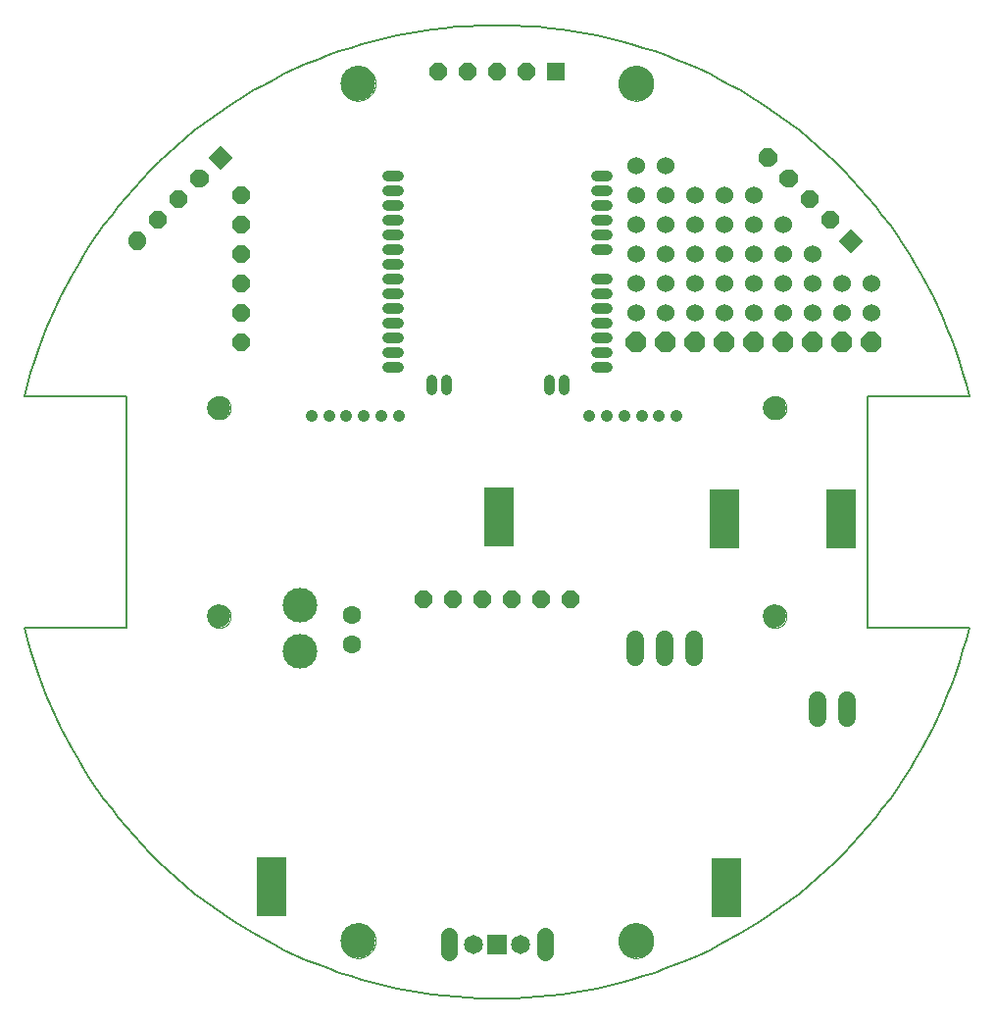
<source format=gbs>
G75*
%MOIN*%
%OFA0B0*%
%FSLAX25Y25*%
%IPPOS*%
%LPD*%
%AMOC8*
5,1,8,0,0,1.08239X$1,22.5*
%
%ADD10C,0.00600*%
%ADD11C,0.00000*%
%ADD12C,0.07874*%
%ADD13C,0.11811*%
%ADD14C,0.06300*%
%ADD15OC8,0.06000*%
%ADD16C,0.04134*%
%ADD17R,0.06500X0.06500*%
%ADD18C,0.06500*%
%ADD19C,0.05500*%
%ADD20R,0.10000X0.20000*%
%ADD21OC8,0.07000*%
%ADD22C,0.06000*%
%ADD23R,0.06000X0.06000*%
%ADD24C,0.01200*%
%ADD25R,0.06000X0.06000*%
%ADD26C,0.03562*%
%ADD27C,0.06000*%
D10*
X0018150Y0144410D02*
X0052796Y0144410D01*
X0052796Y0223150D01*
X0018150Y0223150D01*
X0018150Y0223151D02*
X0019158Y0227061D01*
X0020260Y0230946D01*
X0021458Y0234802D01*
X0022749Y0238628D01*
X0024133Y0242421D01*
X0025609Y0246180D01*
X0027177Y0249901D01*
X0028835Y0253583D01*
X0030582Y0257223D01*
X0032418Y0260820D01*
X0034341Y0264370D01*
X0036350Y0267873D01*
X0038445Y0271326D01*
X0040622Y0274726D01*
X0042882Y0278072D01*
X0045224Y0281362D01*
X0047644Y0284594D01*
X0050143Y0287766D01*
X0052719Y0290876D01*
X0055370Y0293922D01*
X0058094Y0296902D01*
X0060891Y0299815D01*
X0063758Y0302659D01*
X0066693Y0305432D01*
X0069695Y0308132D01*
X0072762Y0310759D01*
X0075892Y0313309D01*
X0079084Y0315783D01*
X0082335Y0318178D01*
X0085644Y0320493D01*
X0089008Y0322726D01*
X0092426Y0324876D01*
X0095895Y0326943D01*
X0099414Y0328924D01*
X0102979Y0330818D01*
X0106591Y0332625D01*
X0110245Y0334344D01*
X0113940Y0335972D01*
X0117673Y0337510D01*
X0121444Y0338956D01*
X0125248Y0340310D01*
X0129084Y0341570D01*
X0132950Y0342737D01*
X0136843Y0343808D01*
X0140761Y0344784D01*
X0144702Y0345665D01*
X0148663Y0346448D01*
X0152643Y0347135D01*
X0156637Y0347725D01*
X0160645Y0348217D01*
X0164664Y0348610D01*
X0168691Y0348906D01*
X0172724Y0349103D01*
X0176761Y0349202D01*
X0180799Y0349202D01*
X0184836Y0349103D01*
X0188869Y0348906D01*
X0192896Y0348610D01*
X0196915Y0348217D01*
X0200923Y0347725D01*
X0204917Y0347135D01*
X0208897Y0346448D01*
X0212858Y0345665D01*
X0216799Y0344784D01*
X0220717Y0343808D01*
X0224610Y0342737D01*
X0228476Y0341570D01*
X0232312Y0340310D01*
X0236116Y0338956D01*
X0239887Y0337510D01*
X0243620Y0335972D01*
X0247315Y0334344D01*
X0250969Y0332625D01*
X0254581Y0330818D01*
X0258146Y0328924D01*
X0261665Y0326943D01*
X0265134Y0324876D01*
X0268552Y0322726D01*
X0271916Y0320493D01*
X0275225Y0318178D01*
X0278476Y0315783D01*
X0281668Y0313309D01*
X0284798Y0310759D01*
X0287865Y0308132D01*
X0290867Y0305432D01*
X0293802Y0302659D01*
X0296669Y0299815D01*
X0299466Y0296902D01*
X0302190Y0293922D01*
X0304841Y0290876D01*
X0307417Y0287766D01*
X0309916Y0284594D01*
X0312336Y0281362D01*
X0314678Y0278072D01*
X0316938Y0274726D01*
X0319115Y0271326D01*
X0321210Y0267873D01*
X0323219Y0264370D01*
X0325142Y0260820D01*
X0326978Y0257223D01*
X0328725Y0253583D01*
X0330383Y0249901D01*
X0331951Y0246180D01*
X0333427Y0242421D01*
X0334811Y0238628D01*
X0336102Y0234802D01*
X0337300Y0230946D01*
X0338402Y0227061D01*
X0339410Y0223151D01*
X0339410Y0223150D02*
X0304765Y0223150D01*
X0304765Y0144410D01*
X0339410Y0144410D01*
X0338402Y0140500D01*
X0337300Y0136615D01*
X0336102Y0132759D01*
X0334811Y0128933D01*
X0333427Y0125140D01*
X0331951Y0121381D01*
X0330383Y0117660D01*
X0328725Y0113978D01*
X0326978Y0110338D01*
X0325142Y0106741D01*
X0323219Y0103191D01*
X0321210Y0099688D01*
X0319115Y0096235D01*
X0316938Y0092835D01*
X0314678Y0089489D01*
X0312336Y0086199D01*
X0309916Y0082967D01*
X0307417Y0079795D01*
X0304841Y0076685D01*
X0302190Y0073639D01*
X0299466Y0070659D01*
X0296669Y0067746D01*
X0293802Y0064902D01*
X0290867Y0062129D01*
X0287865Y0059429D01*
X0284798Y0056802D01*
X0281668Y0054252D01*
X0278476Y0051778D01*
X0275225Y0049383D01*
X0271916Y0047068D01*
X0268552Y0044835D01*
X0265134Y0042685D01*
X0261665Y0040618D01*
X0258146Y0038637D01*
X0254581Y0036743D01*
X0250969Y0034936D01*
X0247315Y0033217D01*
X0243620Y0031589D01*
X0239887Y0030051D01*
X0236116Y0028605D01*
X0232312Y0027251D01*
X0228476Y0025991D01*
X0224610Y0024824D01*
X0220717Y0023753D01*
X0216799Y0022777D01*
X0212858Y0021896D01*
X0208897Y0021113D01*
X0204917Y0020426D01*
X0200923Y0019836D01*
X0196915Y0019344D01*
X0192896Y0018951D01*
X0188869Y0018655D01*
X0184836Y0018458D01*
X0180799Y0018359D01*
X0176761Y0018359D01*
X0172724Y0018458D01*
X0168691Y0018655D01*
X0164664Y0018951D01*
X0160645Y0019344D01*
X0156637Y0019836D01*
X0152643Y0020426D01*
X0148663Y0021113D01*
X0144702Y0021896D01*
X0140761Y0022777D01*
X0136843Y0023753D01*
X0132950Y0024824D01*
X0129084Y0025991D01*
X0125248Y0027251D01*
X0121444Y0028605D01*
X0117673Y0030051D01*
X0113940Y0031589D01*
X0110245Y0033217D01*
X0106591Y0034936D01*
X0102979Y0036743D01*
X0099414Y0038637D01*
X0095895Y0040618D01*
X0092426Y0042685D01*
X0089008Y0044835D01*
X0085644Y0047068D01*
X0082335Y0049383D01*
X0079084Y0051778D01*
X0075892Y0054252D01*
X0072762Y0056802D01*
X0069695Y0059429D01*
X0066693Y0062129D01*
X0063758Y0064902D01*
X0060891Y0067746D01*
X0058094Y0070659D01*
X0055370Y0073639D01*
X0052719Y0076685D01*
X0050143Y0079795D01*
X0047644Y0082967D01*
X0045224Y0086199D01*
X0042882Y0089489D01*
X0040622Y0092835D01*
X0038445Y0096235D01*
X0036350Y0099688D01*
X0034341Y0103191D01*
X0032418Y0106741D01*
X0030582Y0110338D01*
X0028835Y0113978D01*
X0027177Y0117660D01*
X0025609Y0121381D01*
X0024133Y0125140D01*
X0022749Y0128933D01*
X0021458Y0132759D01*
X0020260Y0136615D01*
X0019158Y0140500D01*
X0018150Y0144410D01*
D11*
X0080355Y0148347D02*
X0080357Y0148472D01*
X0080363Y0148597D01*
X0080373Y0148721D01*
X0080387Y0148845D01*
X0080404Y0148969D01*
X0080426Y0149092D01*
X0080452Y0149214D01*
X0080481Y0149336D01*
X0080514Y0149456D01*
X0080552Y0149575D01*
X0080592Y0149694D01*
X0080637Y0149810D01*
X0080685Y0149925D01*
X0080737Y0150039D01*
X0080793Y0150151D01*
X0080852Y0150261D01*
X0080914Y0150369D01*
X0080980Y0150476D01*
X0081049Y0150580D01*
X0081122Y0150681D01*
X0081197Y0150781D01*
X0081276Y0150878D01*
X0081358Y0150972D01*
X0081443Y0151064D01*
X0081530Y0151153D01*
X0081621Y0151239D01*
X0081714Y0151322D01*
X0081810Y0151403D01*
X0081908Y0151480D01*
X0082008Y0151554D01*
X0082111Y0151625D01*
X0082216Y0151692D01*
X0082324Y0151757D01*
X0082433Y0151817D01*
X0082544Y0151875D01*
X0082657Y0151928D01*
X0082771Y0151978D01*
X0082887Y0152025D01*
X0083004Y0152067D01*
X0083123Y0152106D01*
X0083243Y0152142D01*
X0083364Y0152173D01*
X0083486Y0152201D01*
X0083608Y0152224D01*
X0083732Y0152244D01*
X0083856Y0152260D01*
X0083980Y0152272D01*
X0084105Y0152280D01*
X0084230Y0152284D01*
X0084354Y0152284D01*
X0084479Y0152280D01*
X0084604Y0152272D01*
X0084728Y0152260D01*
X0084852Y0152244D01*
X0084976Y0152224D01*
X0085098Y0152201D01*
X0085220Y0152173D01*
X0085341Y0152142D01*
X0085461Y0152106D01*
X0085580Y0152067D01*
X0085697Y0152025D01*
X0085813Y0151978D01*
X0085927Y0151928D01*
X0086040Y0151875D01*
X0086151Y0151817D01*
X0086261Y0151757D01*
X0086368Y0151692D01*
X0086473Y0151625D01*
X0086576Y0151554D01*
X0086676Y0151480D01*
X0086774Y0151403D01*
X0086870Y0151322D01*
X0086963Y0151239D01*
X0087054Y0151153D01*
X0087141Y0151064D01*
X0087226Y0150972D01*
X0087308Y0150878D01*
X0087387Y0150781D01*
X0087462Y0150681D01*
X0087535Y0150580D01*
X0087604Y0150476D01*
X0087670Y0150369D01*
X0087732Y0150261D01*
X0087791Y0150151D01*
X0087847Y0150039D01*
X0087899Y0149925D01*
X0087947Y0149810D01*
X0087992Y0149694D01*
X0088032Y0149575D01*
X0088070Y0149456D01*
X0088103Y0149336D01*
X0088132Y0149214D01*
X0088158Y0149092D01*
X0088180Y0148969D01*
X0088197Y0148845D01*
X0088211Y0148721D01*
X0088221Y0148597D01*
X0088227Y0148472D01*
X0088229Y0148347D01*
X0088227Y0148222D01*
X0088221Y0148097D01*
X0088211Y0147973D01*
X0088197Y0147849D01*
X0088180Y0147725D01*
X0088158Y0147602D01*
X0088132Y0147480D01*
X0088103Y0147358D01*
X0088070Y0147238D01*
X0088032Y0147119D01*
X0087992Y0147000D01*
X0087947Y0146884D01*
X0087899Y0146769D01*
X0087847Y0146655D01*
X0087791Y0146543D01*
X0087732Y0146433D01*
X0087670Y0146325D01*
X0087604Y0146218D01*
X0087535Y0146114D01*
X0087462Y0146013D01*
X0087387Y0145913D01*
X0087308Y0145816D01*
X0087226Y0145722D01*
X0087141Y0145630D01*
X0087054Y0145541D01*
X0086963Y0145455D01*
X0086870Y0145372D01*
X0086774Y0145291D01*
X0086676Y0145214D01*
X0086576Y0145140D01*
X0086473Y0145069D01*
X0086368Y0145002D01*
X0086260Y0144937D01*
X0086151Y0144877D01*
X0086040Y0144819D01*
X0085927Y0144766D01*
X0085813Y0144716D01*
X0085697Y0144669D01*
X0085580Y0144627D01*
X0085461Y0144588D01*
X0085341Y0144552D01*
X0085220Y0144521D01*
X0085098Y0144493D01*
X0084976Y0144470D01*
X0084852Y0144450D01*
X0084728Y0144434D01*
X0084604Y0144422D01*
X0084479Y0144414D01*
X0084354Y0144410D01*
X0084230Y0144410D01*
X0084105Y0144414D01*
X0083980Y0144422D01*
X0083856Y0144434D01*
X0083732Y0144450D01*
X0083608Y0144470D01*
X0083486Y0144493D01*
X0083364Y0144521D01*
X0083243Y0144552D01*
X0083123Y0144588D01*
X0083004Y0144627D01*
X0082887Y0144669D01*
X0082771Y0144716D01*
X0082657Y0144766D01*
X0082544Y0144819D01*
X0082433Y0144877D01*
X0082323Y0144937D01*
X0082216Y0145002D01*
X0082111Y0145069D01*
X0082008Y0145140D01*
X0081908Y0145214D01*
X0081810Y0145291D01*
X0081714Y0145372D01*
X0081621Y0145455D01*
X0081530Y0145541D01*
X0081443Y0145630D01*
X0081358Y0145722D01*
X0081276Y0145816D01*
X0081197Y0145913D01*
X0081122Y0146013D01*
X0081049Y0146114D01*
X0080980Y0146218D01*
X0080914Y0146325D01*
X0080852Y0146433D01*
X0080793Y0146543D01*
X0080737Y0146655D01*
X0080685Y0146769D01*
X0080637Y0146884D01*
X0080592Y0147000D01*
X0080552Y0147119D01*
X0080514Y0147238D01*
X0080481Y0147358D01*
X0080452Y0147480D01*
X0080426Y0147602D01*
X0080404Y0147725D01*
X0080387Y0147849D01*
X0080373Y0147973D01*
X0080363Y0148097D01*
X0080357Y0148222D01*
X0080355Y0148347D01*
X0080355Y0219213D02*
X0080357Y0219338D01*
X0080363Y0219463D01*
X0080373Y0219587D01*
X0080387Y0219711D01*
X0080404Y0219835D01*
X0080426Y0219958D01*
X0080452Y0220080D01*
X0080481Y0220202D01*
X0080514Y0220322D01*
X0080552Y0220441D01*
X0080592Y0220560D01*
X0080637Y0220676D01*
X0080685Y0220791D01*
X0080737Y0220905D01*
X0080793Y0221017D01*
X0080852Y0221127D01*
X0080914Y0221235D01*
X0080980Y0221342D01*
X0081049Y0221446D01*
X0081122Y0221547D01*
X0081197Y0221647D01*
X0081276Y0221744D01*
X0081358Y0221838D01*
X0081443Y0221930D01*
X0081530Y0222019D01*
X0081621Y0222105D01*
X0081714Y0222188D01*
X0081810Y0222269D01*
X0081908Y0222346D01*
X0082008Y0222420D01*
X0082111Y0222491D01*
X0082216Y0222558D01*
X0082324Y0222623D01*
X0082433Y0222683D01*
X0082544Y0222741D01*
X0082657Y0222794D01*
X0082771Y0222844D01*
X0082887Y0222891D01*
X0083004Y0222933D01*
X0083123Y0222972D01*
X0083243Y0223008D01*
X0083364Y0223039D01*
X0083486Y0223067D01*
X0083608Y0223090D01*
X0083732Y0223110D01*
X0083856Y0223126D01*
X0083980Y0223138D01*
X0084105Y0223146D01*
X0084230Y0223150D01*
X0084354Y0223150D01*
X0084479Y0223146D01*
X0084604Y0223138D01*
X0084728Y0223126D01*
X0084852Y0223110D01*
X0084976Y0223090D01*
X0085098Y0223067D01*
X0085220Y0223039D01*
X0085341Y0223008D01*
X0085461Y0222972D01*
X0085580Y0222933D01*
X0085697Y0222891D01*
X0085813Y0222844D01*
X0085927Y0222794D01*
X0086040Y0222741D01*
X0086151Y0222683D01*
X0086261Y0222623D01*
X0086368Y0222558D01*
X0086473Y0222491D01*
X0086576Y0222420D01*
X0086676Y0222346D01*
X0086774Y0222269D01*
X0086870Y0222188D01*
X0086963Y0222105D01*
X0087054Y0222019D01*
X0087141Y0221930D01*
X0087226Y0221838D01*
X0087308Y0221744D01*
X0087387Y0221647D01*
X0087462Y0221547D01*
X0087535Y0221446D01*
X0087604Y0221342D01*
X0087670Y0221235D01*
X0087732Y0221127D01*
X0087791Y0221017D01*
X0087847Y0220905D01*
X0087899Y0220791D01*
X0087947Y0220676D01*
X0087992Y0220560D01*
X0088032Y0220441D01*
X0088070Y0220322D01*
X0088103Y0220202D01*
X0088132Y0220080D01*
X0088158Y0219958D01*
X0088180Y0219835D01*
X0088197Y0219711D01*
X0088211Y0219587D01*
X0088221Y0219463D01*
X0088227Y0219338D01*
X0088229Y0219213D01*
X0088227Y0219088D01*
X0088221Y0218963D01*
X0088211Y0218839D01*
X0088197Y0218715D01*
X0088180Y0218591D01*
X0088158Y0218468D01*
X0088132Y0218346D01*
X0088103Y0218224D01*
X0088070Y0218104D01*
X0088032Y0217985D01*
X0087992Y0217866D01*
X0087947Y0217750D01*
X0087899Y0217635D01*
X0087847Y0217521D01*
X0087791Y0217409D01*
X0087732Y0217299D01*
X0087670Y0217191D01*
X0087604Y0217084D01*
X0087535Y0216980D01*
X0087462Y0216879D01*
X0087387Y0216779D01*
X0087308Y0216682D01*
X0087226Y0216588D01*
X0087141Y0216496D01*
X0087054Y0216407D01*
X0086963Y0216321D01*
X0086870Y0216238D01*
X0086774Y0216157D01*
X0086676Y0216080D01*
X0086576Y0216006D01*
X0086473Y0215935D01*
X0086368Y0215868D01*
X0086260Y0215803D01*
X0086151Y0215743D01*
X0086040Y0215685D01*
X0085927Y0215632D01*
X0085813Y0215582D01*
X0085697Y0215535D01*
X0085580Y0215493D01*
X0085461Y0215454D01*
X0085341Y0215418D01*
X0085220Y0215387D01*
X0085098Y0215359D01*
X0084976Y0215336D01*
X0084852Y0215316D01*
X0084728Y0215300D01*
X0084604Y0215288D01*
X0084479Y0215280D01*
X0084354Y0215276D01*
X0084230Y0215276D01*
X0084105Y0215280D01*
X0083980Y0215288D01*
X0083856Y0215300D01*
X0083732Y0215316D01*
X0083608Y0215336D01*
X0083486Y0215359D01*
X0083364Y0215387D01*
X0083243Y0215418D01*
X0083123Y0215454D01*
X0083004Y0215493D01*
X0082887Y0215535D01*
X0082771Y0215582D01*
X0082657Y0215632D01*
X0082544Y0215685D01*
X0082433Y0215743D01*
X0082323Y0215803D01*
X0082216Y0215868D01*
X0082111Y0215935D01*
X0082008Y0216006D01*
X0081908Y0216080D01*
X0081810Y0216157D01*
X0081714Y0216238D01*
X0081621Y0216321D01*
X0081530Y0216407D01*
X0081443Y0216496D01*
X0081358Y0216588D01*
X0081276Y0216682D01*
X0081197Y0216779D01*
X0081122Y0216879D01*
X0081049Y0216980D01*
X0080980Y0217084D01*
X0080914Y0217191D01*
X0080852Y0217299D01*
X0080793Y0217409D01*
X0080737Y0217521D01*
X0080685Y0217635D01*
X0080637Y0217750D01*
X0080592Y0217866D01*
X0080552Y0217985D01*
X0080514Y0218104D01*
X0080481Y0218224D01*
X0080452Y0218346D01*
X0080426Y0218468D01*
X0080404Y0218591D01*
X0080387Y0218715D01*
X0080373Y0218839D01*
X0080363Y0218963D01*
X0080357Y0219088D01*
X0080355Y0219213D01*
X0125630Y0329450D02*
X0125632Y0329603D01*
X0125638Y0329757D01*
X0125648Y0329910D01*
X0125662Y0330062D01*
X0125680Y0330215D01*
X0125702Y0330366D01*
X0125727Y0330517D01*
X0125757Y0330668D01*
X0125791Y0330818D01*
X0125828Y0330966D01*
X0125869Y0331114D01*
X0125914Y0331260D01*
X0125963Y0331406D01*
X0126016Y0331550D01*
X0126072Y0331692D01*
X0126132Y0331833D01*
X0126196Y0331973D01*
X0126263Y0332111D01*
X0126334Y0332247D01*
X0126409Y0332381D01*
X0126486Y0332513D01*
X0126568Y0332643D01*
X0126652Y0332771D01*
X0126740Y0332897D01*
X0126831Y0333020D01*
X0126925Y0333141D01*
X0127023Y0333259D01*
X0127123Y0333375D01*
X0127227Y0333488D01*
X0127333Y0333599D01*
X0127442Y0333707D01*
X0127554Y0333812D01*
X0127668Y0333913D01*
X0127786Y0334012D01*
X0127905Y0334108D01*
X0128027Y0334201D01*
X0128152Y0334290D01*
X0128279Y0334377D01*
X0128408Y0334459D01*
X0128539Y0334539D01*
X0128672Y0334615D01*
X0128807Y0334688D01*
X0128944Y0334757D01*
X0129083Y0334822D01*
X0129223Y0334884D01*
X0129365Y0334942D01*
X0129508Y0334997D01*
X0129653Y0335048D01*
X0129799Y0335095D01*
X0129946Y0335138D01*
X0130094Y0335177D01*
X0130243Y0335213D01*
X0130393Y0335244D01*
X0130544Y0335272D01*
X0130695Y0335296D01*
X0130848Y0335316D01*
X0131000Y0335332D01*
X0131153Y0335344D01*
X0131306Y0335352D01*
X0131459Y0335356D01*
X0131613Y0335356D01*
X0131766Y0335352D01*
X0131919Y0335344D01*
X0132072Y0335332D01*
X0132224Y0335316D01*
X0132377Y0335296D01*
X0132528Y0335272D01*
X0132679Y0335244D01*
X0132829Y0335213D01*
X0132978Y0335177D01*
X0133126Y0335138D01*
X0133273Y0335095D01*
X0133419Y0335048D01*
X0133564Y0334997D01*
X0133707Y0334942D01*
X0133849Y0334884D01*
X0133989Y0334822D01*
X0134128Y0334757D01*
X0134265Y0334688D01*
X0134400Y0334615D01*
X0134533Y0334539D01*
X0134664Y0334459D01*
X0134793Y0334377D01*
X0134920Y0334290D01*
X0135045Y0334201D01*
X0135167Y0334108D01*
X0135286Y0334012D01*
X0135404Y0333913D01*
X0135518Y0333812D01*
X0135630Y0333707D01*
X0135739Y0333599D01*
X0135845Y0333488D01*
X0135949Y0333375D01*
X0136049Y0333259D01*
X0136147Y0333141D01*
X0136241Y0333020D01*
X0136332Y0332897D01*
X0136420Y0332771D01*
X0136504Y0332643D01*
X0136586Y0332513D01*
X0136663Y0332381D01*
X0136738Y0332247D01*
X0136809Y0332111D01*
X0136876Y0331973D01*
X0136940Y0331833D01*
X0137000Y0331692D01*
X0137056Y0331550D01*
X0137109Y0331406D01*
X0137158Y0331260D01*
X0137203Y0331114D01*
X0137244Y0330966D01*
X0137281Y0330818D01*
X0137315Y0330668D01*
X0137345Y0330517D01*
X0137370Y0330366D01*
X0137392Y0330215D01*
X0137410Y0330062D01*
X0137424Y0329910D01*
X0137434Y0329757D01*
X0137440Y0329603D01*
X0137442Y0329450D01*
X0137440Y0329297D01*
X0137434Y0329143D01*
X0137424Y0328990D01*
X0137410Y0328838D01*
X0137392Y0328685D01*
X0137370Y0328534D01*
X0137345Y0328383D01*
X0137315Y0328232D01*
X0137281Y0328082D01*
X0137244Y0327934D01*
X0137203Y0327786D01*
X0137158Y0327640D01*
X0137109Y0327494D01*
X0137056Y0327350D01*
X0137000Y0327208D01*
X0136940Y0327067D01*
X0136876Y0326927D01*
X0136809Y0326789D01*
X0136738Y0326653D01*
X0136663Y0326519D01*
X0136586Y0326387D01*
X0136504Y0326257D01*
X0136420Y0326129D01*
X0136332Y0326003D01*
X0136241Y0325880D01*
X0136147Y0325759D01*
X0136049Y0325641D01*
X0135949Y0325525D01*
X0135845Y0325412D01*
X0135739Y0325301D01*
X0135630Y0325193D01*
X0135518Y0325088D01*
X0135404Y0324987D01*
X0135286Y0324888D01*
X0135167Y0324792D01*
X0135045Y0324699D01*
X0134920Y0324610D01*
X0134793Y0324523D01*
X0134664Y0324441D01*
X0134533Y0324361D01*
X0134400Y0324285D01*
X0134265Y0324212D01*
X0134128Y0324143D01*
X0133989Y0324078D01*
X0133849Y0324016D01*
X0133707Y0323958D01*
X0133564Y0323903D01*
X0133419Y0323852D01*
X0133273Y0323805D01*
X0133126Y0323762D01*
X0132978Y0323723D01*
X0132829Y0323687D01*
X0132679Y0323656D01*
X0132528Y0323628D01*
X0132377Y0323604D01*
X0132224Y0323584D01*
X0132072Y0323568D01*
X0131919Y0323556D01*
X0131766Y0323548D01*
X0131613Y0323544D01*
X0131459Y0323544D01*
X0131306Y0323548D01*
X0131153Y0323556D01*
X0131000Y0323568D01*
X0130848Y0323584D01*
X0130695Y0323604D01*
X0130544Y0323628D01*
X0130393Y0323656D01*
X0130243Y0323687D01*
X0130094Y0323723D01*
X0129946Y0323762D01*
X0129799Y0323805D01*
X0129653Y0323852D01*
X0129508Y0323903D01*
X0129365Y0323958D01*
X0129223Y0324016D01*
X0129083Y0324078D01*
X0128944Y0324143D01*
X0128807Y0324212D01*
X0128672Y0324285D01*
X0128539Y0324361D01*
X0128408Y0324441D01*
X0128279Y0324523D01*
X0128152Y0324610D01*
X0128027Y0324699D01*
X0127905Y0324792D01*
X0127786Y0324888D01*
X0127668Y0324987D01*
X0127554Y0325088D01*
X0127442Y0325193D01*
X0127333Y0325301D01*
X0127227Y0325412D01*
X0127123Y0325525D01*
X0127023Y0325641D01*
X0126925Y0325759D01*
X0126831Y0325880D01*
X0126740Y0326003D01*
X0126652Y0326129D01*
X0126568Y0326257D01*
X0126486Y0326387D01*
X0126409Y0326519D01*
X0126334Y0326653D01*
X0126263Y0326789D01*
X0126196Y0326927D01*
X0126132Y0327067D01*
X0126072Y0327208D01*
X0126016Y0327350D01*
X0125963Y0327494D01*
X0125914Y0327640D01*
X0125869Y0327786D01*
X0125828Y0327934D01*
X0125791Y0328082D01*
X0125757Y0328232D01*
X0125727Y0328383D01*
X0125702Y0328534D01*
X0125680Y0328685D01*
X0125662Y0328838D01*
X0125648Y0328990D01*
X0125638Y0329143D01*
X0125632Y0329297D01*
X0125630Y0329450D01*
X0220118Y0329450D02*
X0220120Y0329603D01*
X0220126Y0329757D01*
X0220136Y0329910D01*
X0220150Y0330062D01*
X0220168Y0330215D01*
X0220190Y0330366D01*
X0220215Y0330517D01*
X0220245Y0330668D01*
X0220279Y0330818D01*
X0220316Y0330966D01*
X0220357Y0331114D01*
X0220402Y0331260D01*
X0220451Y0331406D01*
X0220504Y0331550D01*
X0220560Y0331692D01*
X0220620Y0331833D01*
X0220684Y0331973D01*
X0220751Y0332111D01*
X0220822Y0332247D01*
X0220897Y0332381D01*
X0220974Y0332513D01*
X0221056Y0332643D01*
X0221140Y0332771D01*
X0221228Y0332897D01*
X0221319Y0333020D01*
X0221413Y0333141D01*
X0221511Y0333259D01*
X0221611Y0333375D01*
X0221715Y0333488D01*
X0221821Y0333599D01*
X0221930Y0333707D01*
X0222042Y0333812D01*
X0222156Y0333913D01*
X0222274Y0334012D01*
X0222393Y0334108D01*
X0222515Y0334201D01*
X0222640Y0334290D01*
X0222767Y0334377D01*
X0222896Y0334459D01*
X0223027Y0334539D01*
X0223160Y0334615D01*
X0223295Y0334688D01*
X0223432Y0334757D01*
X0223571Y0334822D01*
X0223711Y0334884D01*
X0223853Y0334942D01*
X0223996Y0334997D01*
X0224141Y0335048D01*
X0224287Y0335095D01*
X0224434Y0335138D01*
X0224582Y0335177D01*
X0224731Y0335213D01*
X0224881Y0335244D01*
X0225032Y0335272D01*
X0225183Y0335296D01*
X0225336Y0335316D01*
X0225488Y0335332D01*
X0225641Y0335344D01*
X0225794Y0335352D01*
X0225947Y0335356D01*
X0226101Y0335356D01*
X0226254Y0335352D01*
X0226407Y0335344D01*
X0226560Y0335332D01*
X0226712Y0335316D01*
X0226865Y0335296D01*
X0227016Y0335272D01*
X0227167Y0335244D01*
X0227317Y0335213D01*
X0227466Y0335177D01*
X0227614Y0335138D01*
X0227761Y0335095D01*
X0227907Y0335048D01*
X0228052Y0334997D01*
X0228195Y0334942D01*
X0228337Y0334884D01*
X0228477Y0334822D01*
X0228616Y0334757D01*
X0228753Y0334688D01*
X0228888Y0334615D01*
X0229021Y0334539D01*
X0229152Y0334459D01*
X0229281Y0334377D01*
X0229408Y0334290D01*
X0229533Y0334201D01*
X0229655Y0334108D01*
X0229774Y0334012D01*
X0229892Y0333913D01*
X0230006Y0333812D01*
X0230118Y0333707D01*
X0230227Y0333599D01*
X0230333Y0333488D01*
X0230437Y0333375D01*
X0230537Y0333259D01*
X0230635Y0333141D01*
X0230729Y0333020D01*
X0230820Y0332897D01*
X0230908Y0332771D01*
X0230992Y0332643D01*
X0231074Y0332513D01*
X0231151Y0332381D01*
X0231226Y0332247D01*
X0231297Y0332111D01*
X0231364Y0331973D01*
X0231428Y0331833D01*
X0231488Y0331692D01*
X0231544Y0331550D01*
X0231597Y0331406D01*
X0231646Y0331260D01*
X0231691Y0331114D01*
X0231732Y0330966D01*
X0231769Y0330818D01*
X0231803Y0330668D01*
X0231833Y0330517D01*
X0231858Y0330366D01*
X0231880Y0330215D01*
X0231898Y0330062D01*
X0231912Y0329910D01*
X0231922Y0329757D01*
X0231928Y0329603D01*
X0231930Y0329450D01*
X0231928Y0329297D01*
X0231922Y0329143D01*
X0231912Y0328990D01*
X0231898Y0328838D01*
X0231880Y0328685D01*
X0231858Y0328534D01*
X0231833Y0328383D01*
X0231803Y0328232D01*
X0231769Y0328082D01*
X0231732Y0327934D01*
X0231691Y0327786D01*
X0231646Y0327640D01*
X0231597Y0327494D01*
X0231544Y0327350D01*
X0231488Y0327208D01*
X0231428Y0327067D01*
X0231364Y0326927D01*
X0231297Y0326789D01*
X0231226Y0326653D01*
X0231151Y0326519D01*
X0231074Y0326387D01*
X0230992Y0326257D01*
X0230908Y0326129D01*
X0230820Y0326003D01*
X0230729Y0325880D01*
X0230635Y0325759D01*
X0230537Y0325641D01*
X0230437Y0325525D01*
X0230333Y0325412D01*
X0230227Y0325301D01*
X0230118Y0325193D01*
X0230006Y0325088D01*
X0229892Y0324987D01*
X0229774Y0324888D01*
X0229655Y0324792D01*
X0229533Y0324699D01*
X0229408Y0324610D01*
X0229281Y0324523D01*
X0229152Y0324441D01*
X0229021Y0324361D01*
X0228888Y0324285D01*
X0228753Y0324212D01*
X0228616Y0324143D01*
X0228477Y0324078D01*
X0228337Y0324016D01*
X0228195Y0323958D01*
X0228052Y0323903D01*
X0227907Y0323852D01*
X0227761Y0323805D01*
X0227614Y0323762D01*
X0227466Y0323723D01*
X0227317Y0323687D01*
X0227167Y0323656D01*
X0227016Y0323628D01*
X0226865Y0323604D01*
X0226712Y0323584D01*
X0226560Y0323568D01*
X0226407Y0323556D01*
X0226254Y0323548D01*
X0226101Y0323544D01*
X0225947Y0323544D01*
X0225794Y0323548D01*
X0225641Y0323556D01*
X0225488Y0323568D01*
X0225336Y0323584D01*
X0225183Y0323604D01*
X0225032Y0323628D01*
X0224881Y0323656D01*
X0224731Y0323687D01*
X0224582Y0323723D01*
X0224434Y0323762D01*
X0224287Y0323805D01*
X0224141Y0323852D01*
X0223996Y0323903D01*
X0223853Y0323958D01*
X0223711Y0324016D01*
X0223571Y0324078D01*
X0223432Y0324143D01*
X0223295Y0324212D01*
X0223160Y0324285D01*
X0223027Y0324361D01*
X0222896Y0324441D01*
X0222767Y0324523D01*
X0222640Y0324610D01*
X0222515Y0324699D01*
X0222393Y0324792D01*
X0222274Y0324888D01*
X0222156Y0324987D01*
X0222042Y0325088D01*
X0221930Y0325193D01*
X0221821Y0325301D01*
X0221715Y0325412D01*
X0221611Y0325525D01*
X0221511Y0325641D01*
X0221413Y0325759D01*
X0221319Y0325880D01*
X0221228Y0326003D01*
X0221140Y0326129D01*
X0221056Y0326257D01*
X0220974Y0326387D01*
X0220897Y0326519D01*
X0220822Y0326653D01*
X0220751Y0326789D01*
X0220684Y0326927D01*
X0220620Y0327067D01*
X0220560Y0327208D01*
X0220504Y0327350D01*
X0220451Y0327494D01*
X0220402Y0327640D01*
X0220357Y0327786D01*
X0220316Y0327934D01*
X0220279Y0328082D01*
X0220245Y0328232D01*
X0220215Y0328383D01*
X0220190Y0328534D01*
X0220168Y0328685D01*
X0220150Y0328838D01*
X0220136Y0328990D01*
X0220126Y0329143D01*
X0220120Y0329297D01*
X0220118Y0329450D01*
X0269332Y0219213D02*
X0269334Y0219338D01*
X0269340Y0219463D01*
X0269350Y0219587D01*
X0269364Y0219711D01*
X0269381Y0219835D01*
X0269403Y0219958D01*
X0269429Y0220080D01*
X0269458Y0220202D01*
X0269491Y0220322D01*
X0269529Y0220441D01*
X0269569Y0220560D01*
X0269614Y0220676D01*
X0269662Y0220791D01*
X0269714Y0220905D01*
X0269770Y0221017D01*
X0269829Y0221127D01*
X0269891Y0221235D01*
X0269957Y0221342D01*
X0270026Y0221446D01*
X0270099Y0221547D01*
X0270174Y0221647D01*
X0270253Y0221744D01*
X0270335Y0221838D01*
X0270420Y0221930D01*
X0270507Y0222019D01*
X0270598Y0222105D01*
X0270691Y0222188D01*
X0270787Y0222269D01*
X0270885Y0222346D01*
X0270985Y0222420D01*
X0271088Y0222491D01*
X0271193Y0222558D01*
X0271301Y0222623D01*
X0271410Y0222683D01*
X0271521Y0222741D01*
X0271634Y0222794D01*
X0271748Y0222844D01*
X0271864Y0222891D01*
X0271981Y0222933D01*
X0272100Y0222972D01*
X0272220Y0223008D01*
X0272341Y0223039D01*
X0272463Y0223067D01*
X0272585Y0223090D01*
X0272709Y0223110D01*
X0272833Y0223126D01*
X0272957Y0223138D01*
X0273082Y0223146D01*
X0273207Y0223150D01*
X0273331Y0223150D01*
X0273456Y0223146D01*
X0273581Y0223138D01*
X0273705Y0223126D01*
X0273829Y0223110D01*
X0273953Y0223090D01*
X0274075Y0223067D01*
X0274197Y0223039D01*
X0274318Y0223008D01*
X0274438Y0222972D01*
X0274557Y0222933D01*
X0274674Y0222891D01*
X0274790Y0222844D01*
X0274904Y0222794D01*
X0275017Y0222741D01*
X0275128Y0222683D01*
X0275238Y0222623D01*
X0275345Y0222558D01*
X0275450Y0222491D01*
X0275553Y0222420D01*
X0275653Y0222346D01*
X0275751Y0222269D01*
X0275847Y0222188D01*
X0275940Y0222105D01*
X0276031Y0222019D01*
X0276118Y0221930D01*
X0276203Y0221838D01*
X0276285Y0221744D01*
X0276364Y0221647D01*
X0276439Y0221547D01*
X0276512Y0221446D01*
X0276581Y0221342D01*
X0276647Y0221235D01*
X0276709Y0221127D01*
X0276768Y0221017D01*
X0276824Y0220905D01*
X0276876Y0220791D01*
X0276924Y0220676D01*
X0276969Y0220560D01*
X0277009Y0220441D01*
X0277047Y0220322D01*
X0277080Y0220202D01*
X0277109Y0220080D01*
X0277135Y0219958D01*
X0277157Y0219835D01*
X0277174Y0219711D01*
X0277188Y0219587D01*
X0277198Y0219463D01*
X0277204Y0219338D01*
X0277206Y0219213D01*
X0277204Y0219088D01*
X0277198Y0218963D01*
X0277188Y0218839D01*
X0277174Y0218715D01*
X0277157Y0218591D01*
X0277135Y0218468D01*
X0277109Y0218346D01*
X0277080Y0218224D01*
X0277047Y0218104D01*
X0277009Y0217985D01*
X0276969Y0217866D01*
X0276924Y0217750D01*
X0276876Y0217635D01*
X0276824Y0217521D01*
X0276768Y0217409D01*
X0276709Y0217299D01*
X0276647Y0217191D01*
X0276581Y0217084D01*
X0276512Y0216980D01*
X0276439Y0216879D01*
X0276364Y0216779D01*
X0276285Y0216682D01*
X0276203Y0216588D01*
X0276118Y0216496D01*
X0276031Y0216407D01*
X0275940Y0216321D01*
X0275847Y0216238D01*
X0275751Y0216157D01*
X0275653Y0216080D01*
X0275553Y0216006D01*
X0275450Y0215935D01*
X0275345Y0215868D01*
X0275237Y0215803D01*
X0275128Y0215743D01*
X0275017Y0215685D01*
X0274904Y0215632D01*
X0274790Y0215582D01*
X0274674Y0215535D01*
X0274557Y0215493D01*
X0274438Y0215454D01*
X0274318Y0215418D01*
X0274197Y0215387D01*
X0274075Y0215359D01*
X0273953Y0215336D01*
X0273829Y0215316D01*
X0273705Y0215300D01*
X0273581Y0215288D01*
X0273456Y0215280D01*
X0273331Y0215276D01*
X0273207Y0215276D01*
X0273082Y0215280D01*
X0272957Y0215288D01*
X0272833Y0215300D01*
X0272709Y0215316D01*
X0272585Y0215336D01*
X0272463Y0215359D01*
X0272341Y0215387D01*
X0272220Y0215418D01*
X0272100Y0215454D01*
X0271981Y0215493D01*
X0271864Y0215535D01*
X0271748Y0215582D01*
X0271634Y0215632D01*
X0271521Y0215685D01*
X0271410Y0215743D01*
X0271300Y0215803D01*
X0271193Y0215868D01*
X0271088Y0215935D01*
X0270985Y0216006D01*
X0270885Y0216080D01*
X0270787Y0216157D01*
X0270691Y0216238D01*
X0270598Y0216321D01*
X0270507Y0216407D01*
X0270420Y0216496D01*
X0270335Y0216588D01*
X0270253Y0216682D01*
X0270174Y0216779D01*
X0270099Y0216879D01*
X0270026Y0216980D01*
X0269957Y0217084D01*
X0269891Y0217191D01*
X0269829Y0217299D01*
X0269770Y0217409D01*
X0269714Y0217521D01*
X0269662Y0217635D01*
X0269614Y0217750D01*
X0269569Y0217866D01*
X0269529Y0217985D01*
X0269491Y0218104D01*
X0269458Y0218224D01*
X0269429Y0218346D01*
X0269403Y0218468D01*
X0269381Y0218591D01*
X0269364Y0218715D01*
X0269350Y0218839D01*
X0269340Y0218963D01*
X0269334Y0219088D01*
X0269332Y0219213D01*
X0269332Y0148347D02*
X0269334Y0148472D01*
X0269340Y0148597D01*
X0269350Y0148721D01*
X0269364Y0148845D01*
X0269381Y0148969D01*
X0269403Y0149092D01*
X0269429Y0149214D01*
X0269458Y0149336D01*
X0269491Y0149456D01*
X0269529Y0149575D01*
X0269569Y0149694D01*
X0269614Y0149810D01*
X0269662Y0149925D01*
X0269714Y0150039D01*
X0269770Y0150151D01*
X0269829Y0150261D01*
X0269891Y0150369D01*
X0269957Y0150476D01*
X0270026Y0150580D01*
X0270099Y0150681D01*
X0270174Y0150781D01*
X0270253Y0150878D01*
X0270335Y0150972D01*
X0270420Y0151064D01*
X0270507Y0151153D01*
X0270598Y0151239D01*
X0270691Y0151322D01*
X0270787Y0151403D01*
X0270885Y0151480D01*
X0270985Y0151554D01*
X0271088Y0151625D01*
X0271193Y0151692D01*
X0271301Y0151757D01*
X0271410Y0151817D01*
X0271521Y0151875D01*
X0271634Y0151928D01*
X0271748Y0151978D01*
X0271864Y0152025D01*
X0271981Y0152067D01*
X0272100Y0152106D01*
X0272220Y0152142D01*
X0272341Y0152173D01*
X0272463Y0152201D01*
X0272585Y0152224D01*
X0272709Y0152244D01*
X0272833Y0152260D01*
X0272957Y0152272D01*
X0273082Y0152280D01*
X0273207Y0152284D01*
X0273331Y0152284D01*
X0273456Y0152280D01*
X0273581Y0152272D01*
X0273705Y0152260D01*
X0273829Y0152244D01*
X0273953Y0152224D01*
X0274075Y0152201D01*
X0274197Y0152173D01*
X0274318Y0152142D01*
X0274438Y0152106D01*
X0274557Y0152067D01*
X0274674Y0152025D01*
X0274790Y0151978D01*
X0274904Y0151928D01*
X0275017Y0151875D01*
X0275128Y0151817D01*
X0275238Y0151757D01*
X0275345Y0151692D01*
X0275450Y0151625D01*
X0275553Y0151554D01*
X0275653Y0151480D01*
X0275751Y0151403D01*
X0275847Y0151322D01*
X0275940Y0151239D01*
X0276031Y0151153D01*
X0276118Y0151064D01*
X0276203Y0150972D01*
X0276285Y0150878D01*
X0276364Y0150781D01*
X0276439Y0150681D01*
X0276512Y0150580D01*
X0276581Y0150476D01*
X0276647Y0150369D01*
X0276709Y0150261D01*
X0276768Y0150151D01*
X0276824Y0150039D01*
X0276876Y0149925D01*
X0276924Y0149810D01*
X0276969Y0149694D01*
X0277009Y0149575D01*
X0277047Y0149456D01*
X0277080Y0149336D01*
X0277109Y0149214D01*
X0277135Y0149092D01*
X0277157Y0148969D01*
X0277174Y0148845D01*
X0277188Y0148721D01*
X0277198Y0148597D01*
X0277204Y0148472D01*
X0277206Y0148347D01*
X0277204Y0148222D01*
X0277198Y0148097D01*
X0277188Y0147973D01*
X0277174Y0147849D01*
X0277157Y0147725D01*
X0277135Y0147602D01*
X0277109Y0147480D01*
X0277080Y0147358D01*
X0277047Y0147238D01*
X0277009Y0147119D01*
X0276969Y0147000D01*
X0276924Y0146884D01*
X0276876Y0146769D01*
X0276824Y0146655D01*
X0276768Y0146543D01*
X0276709Y0146433D01*
X0276647Y0146325D01*
X0276581Y0146218D01*
X0276512Y0146114D01*
X0276439Y0146013D01*
X0276364Y0145913D01*
X0276285Y0145816D01*
X0276203Y0145722D01*
X0276118Y0145630D01*
X0276031Y0145541D01*
X0275940Y0145455D01*
X0275847Y0145372D01*
X0275751Y0145291D01*
X0275653Y0145214D01*
X0275553Y0145140D01*
X0275450Y0145069D01*
X0275345Y0145002D01*
X0275237Y0144937D01*
X0275128Y0144877D01*
X0275017Y0144819D01*
X0274904Y0144766D01*
X0274790Y0144716D01*
X0274674Y0144669D01*
X0274557Y0144627D01*
X0274438Y0144588D01*
X0274318Y0144552D01*
X0274197Y0144521D01*
X0274075Y0144493D01*
X0273953Y0144470D01*
X0273829Y0144450D01*
X0273705Y0144434D01*
X0273581Y0144422D01*
X0273456Y0144414D01*
X0273331Y0144410D01*
X0273207Y0144410D01*
X0273082Y0144414D01*
X0272957Y0144422D01*
X0272833Y0144434D01*
X0272709Y0144450D01*
X0272585Y0144470D01*
X0272463Y0144493D01*
X0272341Y0144521D01*
X0272220Y0144552D01*
X0272100Y0144588D01*
X0271981Y0144627D01*
X0271864Y0144669D01*
X0271748Y0144716D01*
X0271634Y0144766D01*
X0271521Y0144819D01*
X0271410Y0144877D01*
X0271300Y0144937D01*
X0271193Y0145002D01*
X0271088Y0145069D01*
X0270985Y0145140D01*
X0270885Y0145214D01*
X0270787Y0145291D01*
X0270691Y0145372D01*
X0270598Y0145455D01*
X0270507Y0145541D01*
X0270420Y0145630D01*
X0270335Y0145722D01*
X0270253Y0145816D01*
X0270174Y0145913D01*
X0270099Y0146013D01*
X0270026Y0146114D01*
X0269957Y0146218D01*
X0269891Y0146325D01*
X0269829Y0146433D01*
X0269770Y0146543D01*
X0269714Y0146655D01*
X0269662Y0146769D01*
X0269614Y0146884D01*
X0269569Y0147000D01*
X0269529Y0147119D01*
X0269491Y0147238D01*
X0269458Y0147358D01*
X0269429Y0147480D01*
X0269403Y0147602D01*
X0269381Y0147725D01*
X0269364Y0147849D01*
X0269350Y0147973D01*
X0269340Y0148097D01*
X0269334Y0148222D01*
X0269332Y0148347D01*
X0220118Y0038111D02*
X0220120Y0038264D01*
X0220126Y0038418D01*
X0220136Y0038571D01*
X0220150Y0038723D01*
X0220168Y0038876D01*
X0220190Y0039027D01*
X0220215Y0039178D01*
X0220245Y0039329D01*
X0220279Y0039479D01*
X0220316Y0039627D01*
X0220357Y0039775D01*
X0220402Y0039921D01*
X0220451Y0040067D01*
X0220504Y0040211D01*
X0220560Y0040353D01*
X0220620Y0040494D01*
X0220684Y0040634D01*
X0220751Y0040772D01*
X0220822Y0040908D01*
X0220897Y0041042D01*
X0220974Y0041174D01*
X0221056Y0041304D01*
X0221140Y0041432D01*
X0221228Y0041558D01*
X0221319Y0041681D01*
X0221413Y0041802D01*
X0221511Y0041920D01*
X0221611Y0042036D01*
X0221715Y0042149D01*
X0221821Y0042260D01*
X0221930Y0042368D01*
X0222042Y0042473D01*
X0222156Y0042574D01*
X0222274Y0042673D01*
X0222393Y0042769D01*
X0222515Y0042862D01*
X0222640Y0042951D01*
X0222767Y0043038D01*
X0222896Y0043120D01*
X0223027Y0043200D01*
X0223160Y0043276D01*
X0223295Y0043349D01*
X0223432Y0043418D01*
X0223571Y0043483D01*
X0223711Y0043545D01*
X0223853Y0043603D01*
X0223996Y0043658D01*
X0224141Y0043709D01*
X0224287Y0043756D01*
X0224434Y0043799D01*
X0224582Y0043838D01*
X0224731Y0043874D01*
X0224881Y0043905D01*
X0225032Y0043933D01*
X0225183Y0043957D01*
X0225336Y0043977D01*
X0225488Y0043993D01*
X0225641Y0044005D01*
X0225794Y0044013D01*
X0225947Y0044017D01*
X0226101Y0044017D01*
X0226254Y0044013D01*
X0226407Y0044005D01*
X0226560Y0043993D01*
X0226712Y0043977D01*
X0226865Y0043957D01*
X0227016Y0043933D01*
X0227167Y0043905D01*
X0227317Y0043874D01*
X0227466Y0043838D01*
X0227614Y0043799D01*
X0227761Y0043756D01*
X0227907Y0043709D01*
X0228052Y0043658D01*
X0228195Y0043603D01*
X0228337Y0043545D01*
X0228477Y0043483D01*
X0228616Y0043418D01*
X0228753Y0043349D01*
X0228888Y0043276D01*
X0229021Y0043200D01*
X0229152Y0043120D01*
X0229281Y0043038D01*
X0229408Y0042951D01*
X0229533Y0042862D01*
X0229655Y0042769D01*
X0229774Y0042673D01*
X0229892Y0042574D01*
X0230006Y0042473D01*
X0230118Y0042368D01*
X0230227Y0042260D01*
X0230333Y0042149D01*
X0230437Y0042036D01*
X0230537Y0041920D01*
X0230635Y0041802D01*
X0230729Y0041681D01*
X0230820Y0041558D01*
X0230908Y0041432D01*
X0230992Y0041304D01*
X0231074Y0041174D01*
X0231151Y0041042D01*
X0231226Y0040908D01*
X0231297Y0040772D01*
X0231364Y0040634D01*
X0231428Y0040494D01*
X0231488Y0040353D01*
X0231544Y0040211D01*
X0231597Y0040067D01*
X0231646Y0039921D01*
X0231691Y0039775D01*
X0231732Y0039627D01*
X0231769Y0039479D01*
X0231803Y0039329D01*
X0231833Y0039178D01*
X0231858Y0039027D01*
X0231880Y0038876D01*
X0231898Y0038723D01*
X0231912Y0038571D01*
X0231922Y0038418D01*
X0231928Y0038264D01*
X0231930Y0038111D01*
X0231928Y0037958D01*
X0231922Y0037804D01*
X0231912Y0037651D01*
X0231898Y0037499D01*
X0231880Y0037346D01*
X0231858Y0037195D01*
X0231833Y0037044D01*
X0231803Y0036893D01*
X0231769Y0036743D01*
X0231732Y0036595D01*
X0231691Y0036447D01*
X0231646Y0036301D01*
X0231597Y0036155D01*
X0231544Y0036011D01*
X0231488Y0035869D01*
X0231428Y0035728D01*
X0231364Y0035588D01*
X0231297Y0035450D01*
X0231226Y0035314D01*
X0231151Y0035180D01*
X0231074Y0035048D01*
X0230992Y0034918D01*
X0230908Y0034790D01*
X0230820Y0034664D01*
X0230729Y0034541D01*
X0230635Y0034420D01*
X0230537Y0034302D01*
X0230437Y0034186D01*
X0230333Y0034073D01*
X0230227Y0033962D01*
X0230118Y0033854D01*
X0230006Y0033749D01*
X0229892Y0033648D01*
X0229774Y0033549D01*
X0229655Y0033453D01*
X0229533Y0033360D01*
X0229408Y0033271D01*
X0229281Y0033184D01*
X0229152Y0033102D01*
X0229021Y0033022D01*
X0228888Y0032946D01*
X0228753Y0032873D01*
X0228616Y0032804D01*
X0228477Y0032739D01*
X0228337Y0032677D01*
X0228195Y0032619D01*
X0228052Y0032564D01*
X0227907Y0032513D01*
X0227761Y0032466D01*
X0227614Y0032423D01*
X0227466Y0032384D01*
X0227317Y0032348D01*
X0227167Y0032317D01*
X0227016Y0032289D01*
X0226865Y0032265D01*
X0226712Y0032245D01*
X0226560Y0032229D01*
X0226407Y0032217D01*
X0226254Y0032209D01*
X0226101Y0032205D01*
X0225947Y0032205D01*
X0225794Y0032209D01*
X0225641Y0032217D01*
X0225488Y0032229D01*
X0225336Y0032245D01*
X0225183Y0032265D01*
X0225032Y0032289D01*
X0224881Y0032317D01*
X0224731Y0032348D01*
X0224582Y0032384D01*
X0224434Y0032423D01*
X0224287Y0032466D01*
X0224141Y0032513D01*
X0223996Y0032564D01*
X0223853Y0032619D01*
X0223711Y0032677D01*
X0223571Y0032739D01*
X0223432Y0032804D01*
X0223295Y0032873D01*
X0223160Y0032946D01*
X0223027Y0033022D01*
X0222896Y0033102D01*
X0222767Y0033184D01*
X0222640Y0033271D01*
X0222515Y0033360D01*
X0222393Y0033453D01*
X0222274Y0033549D01*
X0222156Y0033648D01*
X0222042Y0033749D01*
X0221930Y0033854D01*
X0221821Y0033962D01*
X0221715Y0034073D01*
X0221611Y0034186D01*
X0221511Y0034302D01*
X0221413Y0034420D01*
X0221319Y0034541D01*
X0221228Y0034664D01*
X0221140Y0034790D01*
X0221056Y0034918D01*
X0220974Y0035048D01*
X0220897Y0035180D01*
X0220822Y0035314D01*
X0220751Y0035450D01*
X0220684Y0035588D01*
X0220620Y0035728D01*
X0220560Y0035869D01*
X0220504Y0036011D01*
X0220451Y0036155D01*
X0220402Y0036301D01*
X0220357Y0036447D01*
X0220316Y0036595D01*
X0220279Y0036743D01*
X0220245Y0036893D01*
X0220215Y0037044D01*
X0220190Y0037195D01*
X0220168Y0037346D01*
X0220150Y0037499D01*
X0220136Y0037651D01*
X0220126Y0037804D01*
X0220120Y0037958D01*
X0220118Y0038111D01*
X0125630Y0038111D02*
X0125632Y0038264D01*
X0125638Y0038418D01*
X0125648Y0038571D01*
X0125662Y0038723D01*
X0125680Y0038876D01*
X0125702Y0039027D01*
X0125727Y0039178D01*
X0125757Y0039329D01*
X0125791Y0039479D01*
X0125828Y0039627D01*
X0125869Y0039775D01*
X0125914Y0039921D01*
X0125963Y0040067D01*
X0126016Y0040211D01*
X0126072Y0040353D01*
X0126132Y0040494D01*
X0126196Y0040634D01*
X0126263Y0040772D01*
X0126334Y0040908D01*
X0126409Y0041042D01*
X0126486Y0041174D01*
X0126568Y0041304D01*
X0126652Y0041432D01*
X0126740Y0041558D01*
X0126831Y0041681D01*
X0126925Y0041802D01*
X0127023Y0041920D01*
X0127123Y0042036D01*
X0127227Y0042149D01*
X0127333Y0042260D01*
X0127442Y0042368D01*
X0127554Y0042473D01*
X0127668Y0042574D01*
X0127786Y0042673D01*
X0127905Y0042769D01*
X0128027Y0042862D01*
X0128152Y0042951D01*
X0128279Y0043038D01*
X0128408Y0043120D01*
X0128539Y0043200D01*
X0128672Y0043276D01*
X0128807Y0043349D01*
X0128944Y0043418D01*
X0129083Y0043483D01*
X0129223Y0043545D01*
X0129365Y0043603D01*
X0129508Y0043658D01*
X0129653Y0043709D01*
X0129799Y0043756D01*
X0129946Y0043799D01*
X0130094Y0043838D01*
X0130243Y0043874D01*
X0130393Y0043905D01*
X0130544Y0043933D01*
X0130695Y0043957D01*
X0130848Y0043977D01*
X0131000Y0043993D01*
X0131153Y0044005D01*
X0131306Y0044013D01*
X0131459Y0044017D01*
X0131613Y0044017D01*
X0131766Y0044013D01*
X0131919Y0044005D01*
X0132072Y0043993D01*
X0132224Y0043977D01*
X0132377Y0043957D01*
X0132528Y0043933D01*
X0132679Y0043905D01*
X0132829Y0043874D01*
X0132978Y0043838D01*
X0133126Y0043799D01*
X0133273Y0043756D01*
X0133419Y0043709D01*
X0133564Y0043658D01*
X0133707Y0043603D01*
X0133849Y0043545D01*
X0133989Y0043483D01*
X0134128Y0043418D01*
X0134265Y0043349D01*
X0134400Y0043276D01*
X0134533Y0043200D01*
X0134664Y0043120D01*
X0134793Y0043038D01*
X0134920Y0042951D01*
X0135045Y0042862D01*
X0135167Y0042769D01*
X0135286Y0042673D01*
X0135404Y0042574D01*
X0135518Y0042473D01*
X0135630Y0042368D01*
X0135739Y0042260D01*
X0135845Y0042149D01*
X0135949Y0042036D01*
X0136049Y0041920D01*
X0136147Y0041802D01*
X0136241Y0041681D01*
X0136332Y0041558D01*
X0136420Y0041432D01*
X0136504Y0041304D01*
X0136586Y0041174D01*
X0136663Y0041042D01*
X0136738Y0040908D01*
X0136809Y0040772D01*
X0136876Y0040634D01*
X0136940Y0040494D01*
X0137000Y0040353D01*
X0137056Y0040211D01*
X0137109Y0040067D01*
X0137158Y0039921D01*
X0137203Y0039775D01*
X0137244Y0039627D01*
X0137281Y0039479D01*
X0137315Y0039329D01*
X0137345Y0039178D01*
X0137370Y0039027D01*
X0137392Y0038876D01*
X0137410Y0038723D01*
X0137424Y0038571D01*
X0137434Y0038418D01*
X0137440Y0038264D01*
X0137442Y0038111D01*
X0137440Y0037958D01*
X0137434Y0037804D01*
X0137424Y0037651D01*
X0137410Y0037499D01*
X0137392Y0037346D01*
X0137370Y0037195D01*
X0137345Y0037044D01*
X0137315Y0036893D01*
X0137281Y0036743D01*
X0137244Y0036595D01*
X0137203Y0036447D01*
X0137158Y0036301D01*
X0137109Y0036155D01*
X0137056Y0036011D01*
X0137000Y0035869D01*
X0136940Y0035728D01*
X0136876Y0035588D01*
X0136809Y0035450D01*
X0136738Y0035314D01*
X0136663Y0035180D01*
X0136586Y0035048D01*
X0136504Y0034918D01*
X0136420Y0034790D01*
X0136332Y0034664D01*
X0136241Y0034541D01*
X0136147Y0034420D01*
X0136049Y0034302D01*
X0135949Y0034186D01*
X0135845Y0034073D01*
X0135739Y0033962D01*
X0135630Y0033854D01*
X0135518Y0033749D01*
X0135404Y0033648D01*
X0135286Y0033549D01*
X0135167Y0033453D01*
X0135045Y0033360D01*
X0134920Y0033271D01*
X0134793Y0033184D01*
X0134664Y0033102D01*
X0134533Y0033022D01*
X0134400Y0032946D01*
X0134265Y0032873D01*
X0134128Y0032804D01*
X0133989Y0032739D01*
X0133849Y0032677D01*
X0133707Y0032619D01*
X0133564Y0032564D01*
X0133419Y0032513D01*
X0133273Y0032466D01*
X0133126Y0032423D01*
X0132978Y0032384D01*
X0132829Y0032348D01*
X0132679Y0032317D01*
X0132528Y0032289D01*
X0132377Y0032265D01*
X0132224Y0032245D01*
X0132072Y0032229D01*
X0131919Y0032217D01*
X0131766Y0032209D01*
X0131613Y0032205D01*
X0131459Y0032205D01*
X0131306Y0032209D01*
X0131153Y0032217D01*
X0131000Y0032229D01*
X0130848Y0032245D01*
X0130695Y0032265D01*
X0130544Y0032289D01*
X0130393Y0032317D01*
X0130243Y0032348D01*
X0130094Y0032384D01*
X0129946Y0032423D01*
X0129799Y0032466D01*
X0129653Y0032513D01*
X0129508Y0032564D01*
X0129365Y0032619D01*
X0129223Y0032677D01*
X0129083Y0032739D01*
X0128944Y0032804D01*
X0128807Y0032873D01*
X0128672Y0032946D01*
X0128539Y0033022D01*
X0128408Y0033102D01*
X0128279Y0033184D01*
X0128152Y0033271D01*
X0128027Y0033360D01*
X0127905Y0033453D01*
X0127786Y0033549D01*
X0127668Y0033648D01*
X0127554Y0033749D01*
X0127442Y0033854D01*
X0127333Y0033962D01*
X0127227Y0034073D01*
X0127123Y0034186D01*
X0127023Y0034302D01*
X0126925Y0034420D01*
X0126831Y0034541D01*
X0126740Y0034664D01*
X0126652Y0034790D01*
X0126568Y0034918D01*
X0126486Y0035048D01*
X0126409Y0035180D01*
X0126334Y0035314D01*
X0126263Y0035450D01*
X0126196Y0035588D01*
X0126132Y0035728D01*
X0126072Y0035869D01*
X0126016Y0036011D01*
X0125963Y0036155D01*
X0125914Y0036301D01*
X0125869Y0036447D01*
X0125828Y0036595D01*
X0125791Y0036743D01*
X0125757Y0036893D01*
X0125727Y0037044D01*
X0125702Y0037195D01*
X0125680Y0037346D01*
X0125662Y0037499D01*
X0125648Y0037651D01*
X0125638Y0037804D01*
X0125632Y0037958D01*
X0125630Y0038111D01*
D12*
X0084292Y0148347D03*
X0084292Y0219213D03*
X0273269Y0219213D03*
X0273269Y0148347D03*
D13*
X0226024Y0038111D03*
X0131536Y0038111D03*
X0111851Y0136300D03*
X0111851Y0152048D03*
X0131536Y0329450D03*
X0226024Y0329450D03*
D14*
X0129426Y0148713D03*
X0129426Y0138713D03*
D15*
X0153780Y0154253D03*
X0163780Y0154253D03*
X0173780Y0154253D03*
X0183780Y0154253D03*
X0193780Y0154253D03*
X0203780Y0154253D03*
X0091772Y0241489D03*
X0091772Y0251489D03*
X0091772Y0261489D03*
X0091772Y0271489D03*
X0091772Y0281489D03*
X0091772Y0291489D03*
X0158780Y0333387D03*
X0168780Y0333387D03*
X0178780Y0333387D03*
X0188780Y0333387D03*
D16*
X0210276Y0216457D03*
X0216182Y0216457D03*
X0222087Y0216457D03*
X0227993Y0216457D03*
X0233898Y0216457D03*
X0239804Y0216457D03*
X0145316Y0216457D03*
X0139410Y0216457D03*
X0133505Y0216457D03*
X0127599Y0216457D03*
X0121694Y0216457D03*
X0115788Y0216457D03*
D17*
X0178780Y0036930D03*
D18*
X0170780Y0036930D03*
X0186780Y0036930D03*
D19*
X0195180Y0039680D02*
X0195180Y0034180D01*
X0162380Y0034180D02*
X0162380Y0039680D01*
D20*
X0102166Y0056497D03*
X0179331Y0181969D03*
X0256143Y0181497D03*
X0295922Y0181497D03*
X0256702Y0056115D03*
D21*
X0256300Y0241300D03*
X0246300Y0241300D03*
X0236300Y0241300D03*
X0226300Y0241300D03*
X0266300Y0241300D03*
X0276300Y0241300D03*
X0286300Y0241300D03*
X0296300Y0241300D03*
X0306300Y0241300D03*
D22*
X0245800Y0140300D02*
X0245800Y0134300D01*
X0235800Y0134300D02*
X0235800Y0140300D01*
X0225800Y0140300D02*
X0225800Y0134300D01*
X0287954Y0119851D02*
X0287954Y0113851D01*
X0297954Y0113851D02*
X0297954Y0119851D01*
D23*
G36*
X0294980Y0275937D02*
X0299222Y0280179D01*
X0303464Y0275937D01*
X0299222Y0271695D01*
X0294980Y0275937D01*
G37*
G36*
X0084655Y0299980D02*
X0080413Y0304222D01*
X0084655Y0308464D01*
X0088897Y0304222D01*
X0084655Y0299980D01*
G37*
D24*
X0077978Y0295352D02*
X0078578Y0294752D01*
X0076590Y0294752D01*
X0075185Y0296157D01*
X0075185Y0298145D01*
X0076590Y0299550D01*
X0078578Y0299550D01*
X0079983Y0298145D01*
X0079983Y0296157D01*
X0078578Y0294752D01*
X0078205Y0295652D01*
X0076963Y0295652D01*
X0076085Y0296530D01*
X0076085Y0297772D01*
X0076963Y0298650D01*
X0078205Y0298650D01*
X0079083Y0297772D01*
X0079083Y0296530D01*
X0078205Y0295652D01*
X0077832Y0296552D01*
X0077336Y0296552D01*
X0076985Y0296903D01*
X0076985Y0297399D01*
X0077336Y0297750D01*
X0077832Y0297750D01*
X0078183Y0297399D01*
X0078183Y0296903D01*
X0077832Y0296552D01*
X0070907Y0288281D02*
X0071507Y0287681D01*
X0069519Y0287681D01*
X0068114Y0289086D01*
X0068114Y0291074D01*
X0069519Y0292479D01*
X0071507Y0292479D01*
X0072912Y0291074D01*
X0072912Y0289086D01*
X0071507Y0287681D01*
X0071134Y0288581D01*
X0069892Y0288581D01*
X0069014Y0289459D01*
X0069014Y0290701D01*
X0069892Y0291579D01*
X0071134Y0291579D01*
X0072012Y0290701D01*
X0072012Y0289459D01*
X0071134Y0288581D01*
X0070761Y0289481D01*
X0070265Y0289481D01*
X0069914Y0289832D01*
X0069914Y0290328D01*
X0070265Y0290679D01*
X0070761Y0290679D01*
X0071112Y0290328D01*
X0071112Y0289832D01*
X0070761Y0289481D01*
X0063836Y0281209D02*
X0064436Y0280609D01*
X0062448Y0280609D01*
X0061043Y0282014D01*
X0061043Y0284002D01*
X0062448Y0285407D01*
X0064436Y0285407D01*
X0065841Y0284002D01*
X0065841Y0282014D01*
X0064436Y0280609D01*
X0064063Y0281509D01*
X0062821Y0281509D01*
X0061943Y0282387D01*
X0061943Y0283629D01*
X0062821Y0284507D01*
X0064063Y0284507D01*
X0064941Y0283629D01*
X0064941Y0282387D01*
X0064063Y0281509D01*
X0063690Y0282409D01*
X0063194Y0282409D01*
X0062843Y0282760D01*
X0062843Y0283256D01*
X0063194Y0283607D01*
X0063690Y0283607D01*
X0064041Y0283256D01*
X0064041Y0282760D01*
X0063690Y0282409D01*
X0056764Y0274138D02*
X0057364Y0273538D01*
X0055376Y0273538D01*
X0053971Y0274943D01*
X0053971Y0276931D01*
X0055376Y0278336D01*
X0057364Y0278336D01*
X0058769Y0276931D01*
X0058769Y0274943D01*
X0057364Y0273538D01*
X0056991Y0274438D01*
X0055749Y0274438D01*
X0054871Y0275316D01*
X0054871Y0276558D01*
X0055749Y0277436D01*
X0056991Y0277436D01*
X0057869Y0276558D01*
X0057869Y0275316D01*
X0056991Y0274438D01*
X0056618Y0275338D01*
X0056122Y0275338D01*
X0055771Y0275689D01*
X0055771Y0276185D01*
X0056122Y0276536D01*
X0056618Y0276536D01*
X0056969Y0276185D01*
X0056969Y0275689D01*
X0056618Y0275338D01*
X0269138Y0303828D02*
X0268538Y0303228D01*
X0268538Y0305216D01*
X0269943Y0306621D01*
X0271931Y0306621D01*
X0273336Y0305216D01*
X0273336Y0303228D01*
X0271931Y0301823D01*
X0269943Y0301823D01*
X0268538Y0303228D01*
X0269438Y0303601D01*
X0269438Y0304843D01*
X0270316Y0305721D01*
X0271558Y0305721D01*
X0272436Y0304843D01*
X0272436Y0303601D01*
X0271558Y0302723D01*
X0270316Y0302723D01*
X0269438Y0303601D01*
X0270338Y0303974D01*
X0270338Y0304470D01*
X0270689Y0304821D01*
X0271185Y0304821D01*
X0271536Y0304470D01*
X0271536Y0303974D01*
X0271185Y0303623D01*
X0270689Y0303623D01*
X0270338Y0303974D01*
X0276209Y0296757D02*
X0275609Y0296157D01*
X0275609Y0298145D01*
X0277014Y0299550D01*
X0279002Y0299550D01*
X0280407Y0298145D01*
X0280407Y0296157D01*
X0279002Y0294752D01*
X0277014Y0294752D01*
X0275609Y0296157D01*
X0276509Y0296530D01*
X0276509Y0297772D01*
X0277387Y0298650D01*
X0278629Y0298650D01*
X0279507Y0297772D01*
X0279507Y0296530D01*
X0278629Y0295652D01*
X0277387Y0295652D01*
X0276509Y0296530D01*
X0277409Y0296903D01*
X0277409Y0297399D01*
X0277760Y0297750D01*
X0278256Y0297750D01*
X0278607Y0297399D01*
X0278607Y0296903D01*
X0278256Y0296552D01*
X0277760Y0296552D01*
X0277409Y0296903D01*
X0283281Y0289686D02*
X0282681Y0289086D01*
X0282681Y0291074D01*
X0284086Y0292479D01*
X0286074Y0292479D01*
X0287479Y0291074D01*
X0287479Y0289086D01*
X0286074Y0287681D01*
X0284086Y0287681D01*
X0282681Y0289086D01*
X0283581Y0289459D01*
X0283581Y0290701D01*
X0284459Y0291579D01*
X0285701Y0291579D01*
X0286579Y0290701D01*
X0286579Y0289459D01*
X0285701Y0288581D01*
X0284459Y0288581D01*
X0283581Y0289459D01*
X0284481Y0289832D01*
X0284481Y0290328D01*
X0284832Y0290679D01*
X0285328Y0290679D01*
X0285679Y0290328D01*
X0285679Y0289832D01*
X0285328Y0289481D01*
X0284832Y0289481D01*
X0284481Y0289832D01*
X0290352Y0282614D02*
X0289752Y0282014D01*
X0289752Y0284002D01*
X0291157Y0285407D01*
X0293145Y0285407D01*
X0294550Y0284002D01*
X0294550Y0282014D01*
X0293145Y0280609D01*
X0291157Y0280609D01*
X0289752Y0282014D01*
X0290652Y0282387D01*
X0290652Y0283629D01*
X0291530Y0284507D01*
X0292772Y0284507D01*
X0293650Y0283629D01*
X0293650Y0282387D01*
X0292772Y0281509D01*
X0291530Y0281509D01*
X0290652Y0282387D01*
X0291552Y0282760D01*
X0291552Y0283256D01*
X0291903Y0283607D01*
X0292399Y0283607D01*
X0292750Y0283256D01*
X0292750Y0282760D01*
X0292399Y0282409D01*
X0291903Y0282409D01*
X0291552Y0282760D01*
D25*
X0198780Y0333387D03*
D26*
X0212432Y0297954D02*
X0215994Y0297954D01*
X0215994Y0292954D02*
X0212432Y0292954D01*
X0212432Y0287954D02*
X0215994Y0287954D01*
X0215994Y0282954D02*
X0212432Y0282954D01*
X0212432Y0277954D02*
X0215994Y0277954D01*
X0215994Y0272954D02*
X0212432Y0272954D01*
X0212432Y0262954D02*
X0215994Y0262954D01*
X0215994Y0257954D02*
X0212432Y0257954D01*
X0212432Y0252954D02*
X0215994Y0252954D01*
X0215994Y0247954D02*
X0212432Y0247954D01*
X0212432Y0242954D02*
X0215994Y0242954D01*
X0215994Y0237954D02*
X0212432Y0237954D01*
X0212432Y0232954D02*
X0215994Y0232954D01*
X0201339Y0228869D02*
X0201339Y0225306D01*
X0196339Y0225306D02*
X0196339Y0228869D01*
X0161339Y0228869D02*
X0161339Y0225306D01*
X0156339Y0225306D02*
X0156339Y0228869D01*
X0145128Y0232954D02*
X0141566Y0232954D01*
X0141566Y0237954D02*
X0145128Y0237954D01*
X0145128Y0242954D02*
X0141566Y0242954D01*
X0141566Y0247954D02*
X0145128Y0247954D01*
X0145128Y0252954D02*
X0141566Y0252954D01*
X0141566Y0257954D02*
X0145128Y0257954D01*
X0145128Y0262954D02*
X0141566Y0262954D01*
X0141566Y0267954D02*
X0145128Y0267954D01*
X0145128Y0272954D02*
X0141566Y0272954D01*
X0141566Y0277954D02*
X0145128Y0277954D01*
X0145128Y0282954D02*
X0141566Y0282954D01*
X0141566Y0287954D02*
X0145128Y0287954D01*
X0145128Y0292954D02*
X0141566Y0292954D01*
X0141566Y0297954D02*
X0145128Y0297954D01*
D27*
X0226300Y0301300D03*
X0226300Y0291300D03*
X0226300Y0281300D03*
X0226300Y0271300D03*
X0226300Y0261300D03*
X0226300Y0251300D03*
X0236300Y0251300D03*
X0236300Y0261300D03*
X0236300Y0271300D03*
X0236300Y0281300D03*
X0236300Y0291300D03*
X0236300Y0301300D03*
X0246300Y0291300D03*
X0256300Y0291300D03*
X0256300Y0281300D03*
X0246300Y0281300D03*
X0246300Y0271300D03*
X0246300Y0261300D03*
X0256300Y0261300D03*
X0256300Y0271300D03*
X0266300Y0271300D03*
X0266300Y0261300D03*
X0266300Y0251300D03*
X0256300Y0251300D03*
X0246300Y0251300D03*
X0276300Y0251300D03*
X0286300Y0251300D03*
X0286300Y0261300D03*
X0286300Y0271300D03*
X0276300Y0271300D03*
X0276300Y0261300D03*
X0276300Y0281300D03*
X0266300Y0281300D03*
X0266300Y0291300D03*
X0296300Y0261300D03*
X0296300Y0251300D03*
X0306300Y0251300D03*
X0306300Y0261300D03*
M02*

</source>
